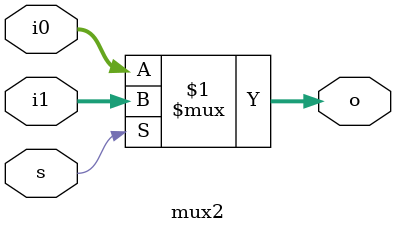
<source format=v>
`timescale 1ns/1ns
module mux2
  #(parameter Width = 32)
  ( input [Width-1:0] i0, i1,
    input s,
    output [Width-1:0] o
  );
  assign o = (s ? i1 : i0);
endmodule

</source>
